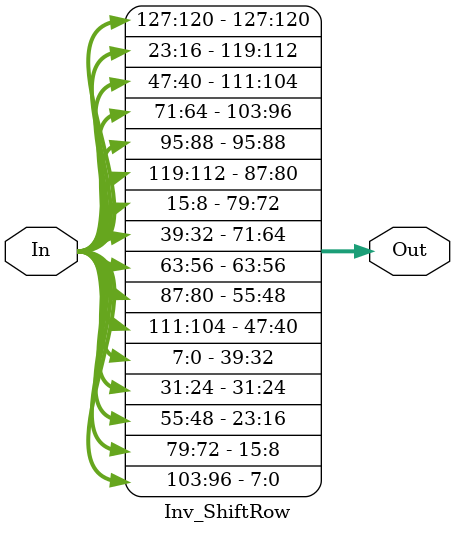
<source format=v>
module Inv_ShiftRow (In,Out);
  input [127:0]In;
  output [127:0]Out;
  assign Out[127:120] = In[127:120];
  assign Out[119:112] = In[23:16];
  assign Out[111:104] = In[47:40];
  assign Out[103:96]  = In[71:64];
  assign Out[95:88]   = In[95:88];
  assign Out[87:80]   = In[119:112];
  assign Out[79:72]   = In[15:8];
  assign Out[71:64]   = In[39:32];
  assign Out[63:56]   = In[63:56];
  assign Out[55:48]   = In[87:80];
  assign Out[47:40]   = In[111:104];
  assign Out[39:32]   = In[7:0];
  assign Out[31:24]   = In[31:24];
  assign Out[23:16]   = In[55:48];
  assign Out[15:8]    = In[79:72];
  assign Out[7:0]     = In[103:96];
  
endmodule
</source>
